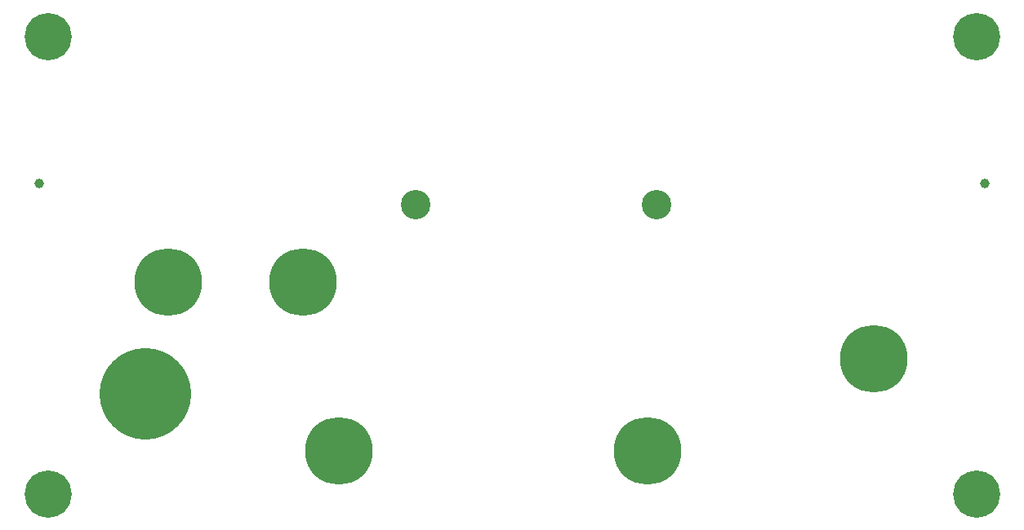
<source format=gts>
G04 #@! TF.GenerationSoftware,KiCad,Pcbnew,(6.0.10)*
G04 #@! TF.CreationDate,2023-08-10T06:38:26+00:00*
G04 #@! TF.ProjectId,HL2IO_endcap,484c3249-4f5f-4656-9e64-6361702e6b69,2.1*
G04 #@! TF.SameCoordinates,Original*
G04 #@! TF.FileFunction,Soldermask,Top*
G04 #@! TF.FilePolarity,Negative*
%FSLAX46Y46*%
G04 Gerber Fmt 4.6, Leading zero omitted, Abs format (unit mm)*
G04 Created by KiCad (PCBNEW (6.0.10)) date 2023-08-10 06:38:26*
%MOMM*%
%LPD*%
G01*
G04 APERTURE LIST*
%ADD10C,1.000000*%
%ADD11C,7.000000*%
%ADD12C,4.900000*%
%ADD13C,9.500000*%
%ADD14C,3.050000*%
G04 APERTURE END LIST*
D10*
X54000000Y-69000000D03*
D11*
X140500000Y-87200000D03*
D10*
X152000000Y-69000000D03*
D12*
X151125000Y-101250000D03*
X54875000Y-101250000D03*
X54875000Y-53750000D03*
X151125000Y-53750000D03*
D13*
X65000000Y-90900000D03*
D11*
X85000000Y-96765000D03*
X117000000Y-96765000D03*
X81300000Y-79265000D03*
X67300000Y-79265000D03*
D14*
X118000000Y-71265000D03*
X93000000Y-71265000D03*
M02*

</source>
